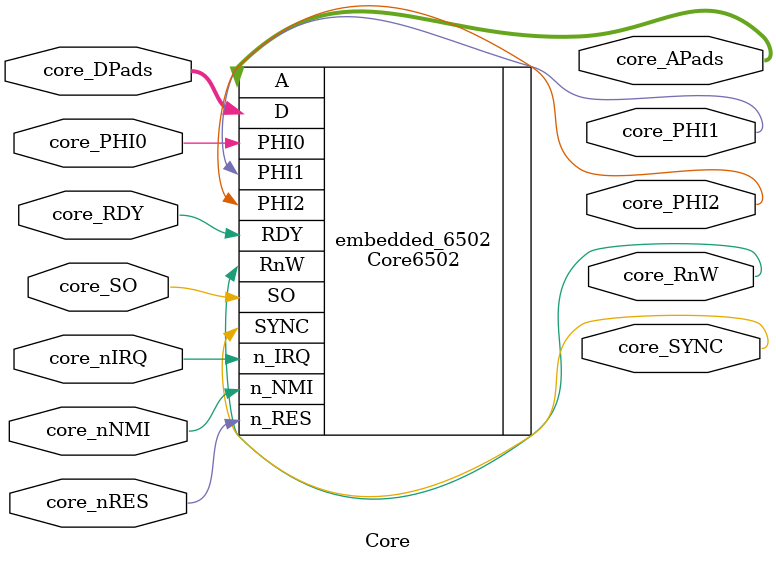
<source format=v>

module Core(
	core_PHI0, core_PHI1, core_PHI2,
	core_nNMI, core_nIRQ, core_nRES, core_RDY, 
	core_SO, core_RnW, core_SYNC, core_DPads, core_APads);

	input core_PHI0;
	output core_PHI1;
	output core_PHI2;

	input core_nNMI;
	input core_nIRQ;
	input core_nRES;
	input core_RDY;

	input core_SO;
	output core_RnW;
	output core_SYNC;
	inout [7:0] core_DPads;
	output [15:0] core_APads;

	Core6502 embedded_6502 (
		.n_NMI(core_nNMI),
		.n_IRQ(core_nIRQ),
		.n_RES(core_nRES),
		.PHI0(core_PHI0),
		.PHI1(core_PHI1),
		.PHI2(core_PHI2),
		.RDY(core_RDY),
		.SO(core_SO),
		.RnW(core_RnW),
		.SYNC(core_SYNC),
		.A(core_APads),
		.D(core_DPads) );

endmodule // Core

</source>
